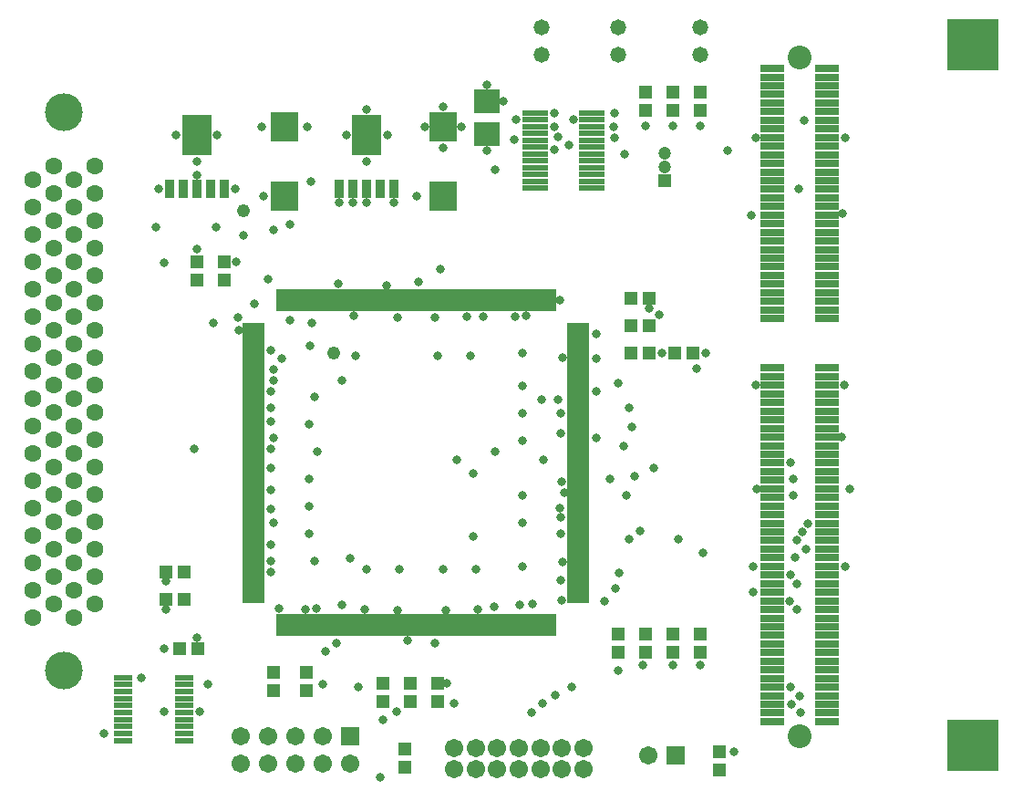
<source format=gts>
%FSLAX24Y24*%
%MOIN*%
G70*
G01*
G75*
%ADD10C,0.0080*%
%ADD11R,0.0866X0.0787*%
%ADD12R,0.0728X0.0118*%
%ADD13R,0.0118X0.0728*%
%ADD14R,0.0866X0.0157*%
%ADD15R,0.0866X0.0157*%
%ADD16R,0.0300X0.0600*%
%ADD17R,0.1000X0.1400*%
%ADD18R,0.0945X0.1024*%
%ADD19R,0.0787X0.0197*%
%ADD20R,0.1811X0.1772*%
%ADD21R,0.0394X0.0433*%
%ADD22R,0.0433X0.0394*%
%ADD23R,0.0571X0.0118*%
%ADD24C,0.0100*%
%ADD25C,0.0900*%
%ADD26C,0.0200*%
%ADD27C,0.0160*%
%ADD28C,0.0110*%
%ADD29C,0.0320*%
%ADD30C,0.0120*%
%ADD31C,0.1300*%
%ADD32C,0.0550*%
%ADD33C,0.0394*%
%ADD34R,0.0394X0.0394*%
%ADD35C,0.0787*%
%ADD36C,0.0591*%
%ADD37C,0.0500*%
%ADD38R,0.0591X0.0591*%
%ADD39C,0.0250*%
%ADD40C,0.0400*%
%ADD41C,0.0098*%
%ADD42C,0.0079*%
%ADD43C,0.0060*%
%ADD44C,0.0070*%
%ADD45R,0.0079X0.0197*%
%ADD46C,0.0020*%
%ADD47R,0.0197X0.0079*%
%ADD48R,0.0946X0.0867*%
%ADD49R,0.0808X0.0198*%
%ADD50R,0.0198X0.0808*%
%ADD51R,0.0946X0.0237*%
%ADD52R,0.0946X0.0237*%
%ADD53R,0.0380X0.0680*%
%ADD54R,0.1080X0.1480*%
%ADD55R,0.1025X0.1104*%
%ADD56R,0.0867X0.0277*%
%ADD57R,0.1891X0.1852*%
%ADD58R,0.0474X0.0513*%
%ADD59R,0.0513X0.0474*%
%ADD60R,0.0651X0.0198*%
%ADD61C,0.1380*%
%ADD62C,0.0630*%
%ADD63C,0.0474*%
%ADD64R,0.0474X0.0474*%
%ADD65C,0.0867*%
%ADD66C,0.0671*%
%ADD67C,0.0580*%
%ADD68R,0.0671X0.0671*%
%ADD69C,0.0330*%
%ADD70C,0.0480*%
D48*
X38600Y54409D02*
D03*
Y55591D02*
D03*
D49*
X30065Y47420D02*
D03*
Y47223D02*
D03*
Y47026D02*
D03*
Y46829D02*
D03*
Y46632D02*
D03*
Y46435D02*
D03*
Y46239D02*
D03*
Y46042D02*
D03*
Y45845D02*
D03*
Y45648D02*
D03*
Y45451D02*
D03*
Y45254D02*
D03*
Y45057D02*
D03*
Y44861D02*
D03*
Y44664D02*
D03*
Y44467D02*
D03*
Y44270D02*
D03*
Y44073D02*
D03*
Y43876D02*
D03*
Y43680D02*
D03*
Y43483D02*
D03*
Y43286D02*
D03*
Y43089D02*
D03*
Y42892D02*
D03*
Y42695D02*
D03*
Y42498D02*
D03*
Y42302D02*
D03*
Y42105D02*
D03*
Y41908D02*
D03*
Y41711D02*
D03*
Y41514D02*
D03*
Y41317D02*
D03*
Y41120D02*
D03*
Y40924D02*
D03*
Y40727D02*
D03*
Y40530D02*
D03*
Y40333D02*
D03*
Y40136D02*
D03*
Y39939D02*
D03*
Y39743D02*
D03*
Y39546D02*
D03*
Y39349D02*
D03*
Y39152D02*
D03*
Y38955D02*
D03*
Y38758D02*
D03*
Y38561D02*
D03*
Y38365D02*
D03*
Y38168D02*
D03*
Y37971D02*
D03*
Y37774D02*
D03*
Y37577D02*
D03*
Y37380D02*
D03*
X41935Y47420D02*
D03*
Y47223D02*
D03*
Y47026D02*
D03*
Y46829D02*
D03*
Y46632D02*
D03*
Y46435D02*
D03*
Y46239D02*
D03*
Y46042D02*
D03*
Y45845D02*
D03*
Y45648D02*
D03*
Y45451D02*
D03*
Y45254D02*
D03*
Y45057D02*
D03*
Y44861D02*
D03*
Y44664D02*
D03*
Y44467D02*
D03*
Y44270D02*
D03*
Y44073D02*
D03*
Y43876D02*
D03*
Y43680D02*
D03*
Y43483D02*
D03*
Y43286D02*
D03*
Y43089D02*
D03*
Y42892D02*
D03*
Y42695D02*
D03*
Y42498D02*
D03*
Y42302D02*
D03*
Y42105D02*
D03*
Y41908D02*
D03*
Y41711D02*
D03*
Y41514D02*
D03*
Y41317D02*
D03*
Y41120D02*
D03*
Y40924D02*
D03*
Y40727D02*
D03*
Y40530D02*
D03*
Y40333D02*
D03*
Y40136D02*
D03*
Y39939D02*
D03*
Y39743D02*
D03*
Y39546D02*
D03*
Y39349D02*
D03*
Y39152D02*
D03*
Y38955D02*
D03*
Y38758D02*
D03*
Y38561D02*
D03*
Y38365D02*
D03*
Y38168D02*
D03*
Y37971D02*
D03*
Y37774D02*
D03*
Y37577D02*
D03*
Y37380D02*
D03*
D50*
X41020Y48335D02*
D03*
X40823D02*
D03*
X40626D02*
D03*
X40429D02*
D03*
X40232D02*
D03*
X40035D02*
D03*
X39839D02*
D03*
X39642D02*
D03*
X39445D02*
D03*
X39248D02*
D03*
X39051D02*
D03*
X38854D02*
D03*
X38657D02*
D03*
X38461D02*
D03*
X38264D02*
D03*
X38067D02*
D03*
X37870D02*
D03*
X37673D02*
D03*
X37476D02*
D03*
X37280D02*
D03*
X37083D02*
D03*
X36886D02*
D03*
X36689D02*
D03*
X36492D02*
D03*
X36295D02*
D03*
X36098D02*
D03*
X35902D02*
D03*
X35705D02*
D03*
X35508D02*
D03*
X35311D02*
D03*
X35114D02*
D03*
X34917D02*
D03*
X34720D02*
D03*
X34524D02*
D03*
X34327D02*
D03*
X34130D02*
D03*
X33933D02*
D03*
X33736D02*
D03*
X33539D02*
D03*
X33343D02*
D03*
X33146D02*
D03*
X32949D02*
D03*
X32752D02*
D03*
X32555D02*
D03*
X32358D02*
D03*
X32161D02*
D03*
X31965D02*
D03*
X31768D02*
D03*
X31571D02*
D03*
X31374D02*
D03*
X31177D02*
D03*
X30980D02*
D03*
X41020Y36465D02*
D03*
X40823D02*
D03*
X40626D02*
D03*
X40429D02*
D03*
X40232D02*
D03*
X40035D02*
D03*
X39839D02*
D03*
X39642D02*
D03*
X39445D02*
D03*
X39248D02*
D03*
X39051D02*
D03*
X38854D02*
D03*
X38657D02*
D03*
X38461D02*
D03*
X38264D02*
D03*
X38067D02*
D03*
X37870D02*
D03*
X37673D02*
D03*
X37476D02*
D03*
X37280D02*
D03*
X37083D02*
D03*
X36886D02*
D03*
X36689D02*
D03*
X36492D02*
D03*
X36295D02*
D03*
X36098D02*
D03*
X35902D02*
D03*
X35705D02*
D03*
X35508D02*
D03*
X35311D02*
D03*
X35114D02*
D03*
X34917D02*
D03*
X34720D02*
D03*
X34524D02*
D03*
X34327D02*
D03*
X34130D02*
D03*
X33933D02*
D03*
X33736D02*
D03*
X33539D02*
D03*
X33343D02*
D03*
X33146D02*
D03*
X32949D02*
D03*
X32752D02*
D03*
X32555D02*
D03*
X32358D02*
D03*
X32161D02*
D03*
X31965D02*
D03*
X31768D02*
D03*
X31571D02*
D03*
X31374D02*
D03*
X31177D02*
D03*
X30980D02*
D03*
D51*
X42424Y52425D02*
D03*
Y52675D02*
D03*
Y53175D02*
D03*
Y53425D02*
D03*
Y53675D02*
D03*
Y53925D02*
D03*
Y54175D02*
D03*
Y54425D02*
D03*
Y54675D02*
D03*
Y54925D02*
D03*
Y55175D02*
D03*
X40376Y52425D02*
D03*
Y52675D02*
D03*
Y52925D02*
D03*
Y53175D02*
D03*
Y53425D02*
D03*
Y53675D02*
D03*
Y53925D02*
D03*
Y54175D02*
D03*
Y54425D02*
D03*
Y54675D02*
D03*
Y54925D02*
D03*
Y55175D02*
D03*
D52*
X42424Y52925D02*
D03*
D53*
X34200Y52400D02*
D03*
X34700D02*
D03*
X33200D02*
D03*
X35200D02*
D03*
X33700D02*
D03*
X28000D02*
D03*
X28500D02*
D03*
X27000D02*
D03*
X29000D02*
D03*
X27500D02*
D03*
D54*
X34200Y54369D02*
D03*
X28000D02*
D03*
D55*
X37000Y52140D02*
D03*
Y54660D02*
D03*
X31200Y52140D02*
D03*
Y54660D02*
D03*
D56*
X51024Y32942D02*
D03*
Y33257D02*
D03*
Y33572D02*
D03*
Y33887D02*
D03*
Y34202D02*
D03*
Y34517D02*
D03*
Y34832D02*
D03*
Y35146D02*
D03*
Y35461D02*
D03*
Y35776D02*
D03*
Y36091D02*
D03*
Y36406D02*
D03*
Y36721D02*
D03*
Y37036D02*
D03*
Y37351D02*
D03*
Y37666D02*
D03*
Y37981D02*
D03*
Y38296D02*
D03*
Y38611D02*
D03*
Y38926D02*
D03*
Y39241D02*
D03*
Y39556D02*
D03*
Y39871D02*
D03*
Y40186D02*
D03*
Y40501D02*
D03*
Y40816D02*
D03*
Y41131D02*
D03*
Y41446D02*
D03*
Y41761D02*
D03*
Y42076D02*
D03*
Y42391D02*
D03*
Y42706D02*
D03*
Y43020D02*
D03*
Y43335D02*
D03*
Y43650D02*
D03*
Y43965D02*
D03*
Y44280D02*
D03*
Y44595D02*
D03*
Y44910D02*
D03*
Y45225D02*
D03*
Y45540D02*
D03*
Y45855D02*
D03*
Y47666D02*
D03*
Y47981D02*
D03*
Y48296D02*
D03*
Y48611D02*
D03*
Y48926D02*
D03*
Y49241D02*
D03*
Y49556D02*
D03*
Y49871D02*
D03*
Y50186D02*
D03*
Y50501D02*
D03*
Y50816D02*
D03*
Y51131D02*
D03*
Y51446D02*
D03*
Y51761D02*
D03*
Y52076D02*
D03*
Y52391D02*
D03*
Y52706D02*
D03*
Y53020D02*
D03*
Y53335D02*
D03*
Y53650D02*
D03*
Y53965D02*
D03*
Y54280D02*
D03*
Y54595D02*
D03*
Y54910D02*
D03*
Y55225D02*
D03*
Y55540D02*
D03*
Y55855D02*
D03*
Y56170D02*
D03*
Y56485D02*
D03*
Y56800D02*
D03*
X49016Y32942D02*
D03*
Y33257D02*
D03*
Y33572D02*
D03*
Y33887D02*
D03*
Y34202D02*
D03*
Y34517D02*
D03*
Y34832D02*
D03*
Y35146D02*
D03*
Y35461D02*
D03*
Y35776D02*
D03*
Y36091D02*
D03*
Y36406D02*
D03*
Y36721D02*
D03*
Y37036D02*
D03*
Y37351D02*
D03*
Y37666D02*
D03*
Y37981D02*
D03*
Y38296D02*
D03*
Y38611D02*
D03*
Y38926D02*
D03*
Y39241D02*
D03*
Y39556D02*
D03*
Y39871D02*
D03*
Y40186D02*
D03*
Y40501D02*
D03*
Y40816D02*
D03*
Y41131D02*
D03*
Y41446D02*
D03*
Y41761D02*
D03*
Y42076D02*
D03*
Y42391D02*
D03*
Y42706D02*
D03*
Y43020D02*
D03*
Y43335D02*
D03*
Y43650D02*
D03*
Y43965D02*
D03*
Y44280D02*
D03*
Y44595D02*
D03*
Y44910D02*
D03*
Y45225D02*
D03*
Y45540D02*
D03*
Y45855D02*
D03*
Y47666D02*
D03*
Y47981D02*
D03*
Y48296D02*
D03*
Y48611D02*
D03*
Y48926D02*
D03*
Y49241D02*
D03*
Y49556D02*
D03*
Y49871D02*
D03*
Y50186D02*
D03*
Y50501D02*
D03*
Y50816D02*
D03*
Y51131D02*
D03*
Y51446D02*
D03*
Y51761D02*
D03*
Y52076D02*
D03*
Y52391D02*
D03*
Y52706D02*
D03*
Y53020D02*
D03*
Y53335D02*
D03*
Y53650D02*
D03*
Y53965D02*
D03*
Y54280D02*
D03*
Y54595D02*
D03*
Y54910D02*
D03*
Y55225D02*
D03*
Y55540D02*
D03*
Y55855D02*
D03*
Y56170D02*
D03*
Y56485D02*
D03*
Y56800D02*
D03*
D57*
X56358Y57686D02*
D03*
Y32056D02*
D03*
D58*
X44400Y55265D02*
D03*
Y55935D02*
D03*
X45400Y55265D02*
D03*
Y55935D02*
D03*
X46400Y55265D02*
D03*
Y55935D02*
D03*
X29000Y49065D02*
D03*
Y49735D02*
D03*
X28000Y49065D02*
D03*
Y49735D02*
D03*
X47100Y31165D02*
D03*
Y31835D02*
D03*
X36800Y34335D02*
D03*
Y33665D02*
D03*
X46400Y35465D02*
D03*
Y36135D02*
D03*
X34800Y34335D02*
D03*
Y33665D02*
D03*
X35800Y33665D02*
D03*
Y34335D02*
D03*
X45400Y35465D02*
D03*
Y36135D02*
D03*
X30800Y34735D02*
D03*
Y34065D02*
D03*
X32000Y34065D02*
D03*
Y34735D02*
D03*
X44400Y35465D02*
D03*
Y36135D02*
D03*
X35600Y31935D02*
D03*
Y31265D02*
D03*
X43400Y35465D02*
D03*
Y36135D02*
D03*
D59*
X44535Y48400D02*
D03*
X43865D02*
D03*
X44535Y47400D02*
D03*
X43865D02*
D03*
X46135Y46400D02*
D03*
X45465D02*
D03*
X44535D02*
D03*
X43865D02*
D03*
X27365Y35600D02*
D03*
X28035D02*
D03*
X26865Y37400D02*
D03*
X27535D02*
D03*
X26865Y38400D02*
D03*
X27535D02*
D03*
D60*
X25288Y34552D02*
D03*
Y34296D02*
D03*
Y34040D02*
D03*
Y33784D02*
D03*
Y33528D02*
D03*
Y33272D02*
D03*
Y33016D02*
D03*
Y32760D02*
D03*
Y32504D02*
D03*
X25288Y32248D02*
D03*
X27512Y34552D02*
D03*
Y34296D02*
D03*
Y34040D02*
D03*
Y33784D02*
D03*
Y33528D02*
D03*
Y33272D02*
D03*
Y33016D02*
D03*
Y32760D02*
D03*
Y32504D02*
D03*
Y32248D02*
D03*
D61*
X23125Y55210D02*
D03*
Y34790D02*
D03*
D62*
X24250Y53250D02*
D03*
X23500Y52750D02*
D03*
X24250Y52250D02*
D03*
X23500Y51750D02*
D03*
X24250Y51250D02*
D03*
X23500Y50750D02*
D03*
X24250Y50250D02*
D03*
X23500Y49750D02*
D03*
X24250Y49250D02*
D03*
X23500Y48750D02*
D03*
X24250Y48250D02*
D03*
X23500Y47750D02*
D03*
X24250Y47250D02*
D03*
X23500Y46750D02*
D03*
X24250Y46250D02*
D03*
X23500Y45750D02*
D03*
X24250Y45250D02*
D03*
X23500Y44750D02*
D03*
X24250Y44250D02*
D03*
X23500Y43750D02*
D03*
X24250Y43250D02*
D03*
X23500Y42750D02*
D03*
X24250Y42250D02*
D03*
X23500Y41750D02*
D03*
X24250Y41250D02*
D03*
X23500Y40750D02*
D03*
X24250Y40250D02*
D03*
X23500Y39750D02*
D03*
X24250Y39250D02*
D03*
X23500Y38750D02*
D03*
X24250Y38250D02*
D03*
X23500Y37750D02*
D03*
X24250Y37250D02*
D03*
X23500Y36750D02*
D03*
X22750Y53250D02*
D03*
X22000Y52750D02*
D03*
X22750Y52250D02*
D03*
X22000Y51750D02*
D03*
X22750Y51250D02*
D03*
X22000Y50750D02*
D03*
X22750Y50250D02*
D03*
X22000Y49750D02*
D03*
X22750Y49250D02*
D03*
X22000Y48750D02*
D03*
X22750Y48250D02*
D03*
X22000Y47750D02*
D03*
X22750Y47250D02*
D03*
X22000Y46750D02*
D03*
X22750Y46250D02*
D03*
X22000Y45750D02*
D03*
X22750Y45250D02*
D03*
X22000Y44750D02*
D03*
X22750Y44250D02*
D03*
X22000Y43750D02*
D03*
X22750Y43250D02*
D03*
X22000Y42750D02*
D03*
X22750Y42250D02*
D03*
X22000Y41750D02*
D03*
X22750Y41250D02*
D03*
X22000Y40750D02*
D03*
X22750Y40250D02*
D03*
X22000Y39750D02*
D03*
X22750Y39250D02*
D03*
X22000Y38750D02*
D03*
X22750Y38250D02*
D03*
X22000Y37750D02*
D03*
X22750Y37250D02*
D03*
X22000Y36750D02*
D03*
D63*
X45100Y53700D02*
D03*
Y53200D02*
D03*
D64*
Y52700D02*
D03*
D65*
X50020Y32391D02*
D03*
Y57194D02*
D03*
D66*
X42124Y31987D02*
D03*
Y31200D02*
D03*
X41337Y31987D02*
D03*
Y31200D02*
D03*
X40550Y31987D02*
D03*
Y31200D02*
D03*
X39762Y31987D02*
D03*
Y31200D02*
D03*
X38975Y31987D02*
D03*
Y31200D02*
D03*
X38187Y31987D02*
D03*
Y31200D02*
D03*
X37400Y31987D02*
D03*
Y31200D02*
D03*
X44500Y31700D02*
D03*
X29600Y31400D02*
D03*
Y32400D02*
D03*
X30600Y31400D02*
D03*
Y32400D02*
D03*
X31600Y31400D02*
D03*
Y32400D02*
D03*
X32600Y31400D02*
D03*
Y32400D02*
D03*
X33600Y31400D02*
D03*
D67*
X40600Y57300D02*
D03*
Y58300D02*
D03*
X43400Y57300D02*
D03*
Y58300D02*
D03*
X46400Y57300D02*
D03*
Y58300D02*
D03*
D68*
X45500Y31700D02*
D03*
X33600Y32400D02*
D03*
D69*
X26800Y49700D02*
D03*
X29700Y50700D02*
D03*
X33300Y45400D02*
D03*
X37500Y42500D02*
D03*
X40659D02*
D03*
X37400Y33600D02*
D03*
X30800Y45400D02*
D03*
X33100Y35800D02*
D03*
X30700Y46500D02*
D03*
X32700Y35500D02*
D03*
X42900Y37323D02*
D03*
X43400Y34800D02*
D03*
X44300Y35000D02*
D03*
X45400D02*
D03*
X46400D02*
D03*
X41300Y38100D02*
D03*
X43435Y38365D02*
D03*
X43300Y37800D02*
D03*
X42600Y46200D02*
D03*
X46600Y46400D02*
D03*
X45000D02*
D03*
X41265Y48335D02*
D03*
X44900Y47800D02*
D03*
X44535Y48035D02*
D03*
X28000Y50200D02*
D03*
X29435Y49735D02*
D03*
X28100Y33300D02*
D03*
X26800D02*
D03*
X34800Y33000D02*
D03*
X37135Y34335D02*
D03*
X32600Y34300D02*
D03*
X28600Y47500D02*
D03*
X27900Y42900D02*
D03*
X26800Y35600D02*
D03*
X25948Y34552D02*
D03*
X24600Y32500D02*
D03*
X28400Y34300D02*
D03*
X47635Y31835D02*
D03*
X30800Y50900D02*
D03*
X31400Y51100D02*
D03*
X32161Y52661D02*
D03*
X32200Y47500D02*
D03*
X46400Y54700D02*
D03*
X45400D02*
D03*
X44400D02*
D03*
X43625Y53675D02*
D03*
X39191Y55591D02*
D03*
X38600Y56200D02*
D03*
Y53800D02*
D03*
X39600Y54200D02*
D03*
X41200Y54300D02*
D03*
X38900Y53100D02*
D03*
X36886Y49486D02*
D03*
X39675Y54925D02*
D03*
X41075Y54675D02*
D03*
Y55175D02*
D03*
X41065Y53835D02*
D03*
X41600Y54000D02*
D03*
X41775Y54925D02*
D03*
X43265Y54265D02*
D03*
X43225Y54675D02*
D03*
X43275Y55175D02*
D03*
X30440Y52140D02*
D03*
X29400Y52400D02*
D03*
X28000Y52900D02*
D03*
Y53400D02*
D03*
X27232Y54369D02*
D03*
X28732D02*
D03*
X26600Y52400D02*
D03*
X32040Y54660D02*
D03*
X30360D02*
D03*
X34200Y53400D02*
D03*
X33468Y54369D02*
D03*
X34200Y55300D02*
D03*
X34969Y54369D02*
D03*
X37000Y55400D02*
D03*
X37660Y54660D02*
D03*
X37000Y53900D02*
D03*
X36340Y54660D02*
D03*
X36040Y52140D02*
D03*
X35200Y51900D02*
D03*
X34200D02*
D03*
X33700D02*
D03*
X33200D02*
D03*
X47400Y53800D02*
D03*
X50210Y54910D02*
D03*
X38461Y47739D02*
D03*
X48420Y54280D02*
D03*
X51680D02*
D03*
X51600Y51500D02*
D03*
X48246Y51446D02*
D03*
X50000Y52400D02*
D03*
X43800Y44400D02*
D03*
X41311Y41711D02*
D03*
X43100Y41800D02*
D03*
X48425Y45225D02*
D03*
X51675D02*
D03*
X51565Y43335D02*
D03*
X48454Y41446D02*
D03*
X51854D02*
D03*
X46255Y45845D02*
D03*
X49700Y42400D02*
D03*
X43400Y45300D02*
D03*
X49800Y41800D02*
D03*
Y41200D02*
D03*
X43900Y43700D02*
D03*
X50314Y40186D02*
D03*
X43600Y43000D02*
D03*
X50129Y39871D02*
D03*
X44700Y42200D02*
D03*
X49944Y39556D02*
D03*
X44000Y41900D02*
D03*
X50259Y39241D02*
D03*
X43700Y41200D02*
D03*
X49874Y38926D02*
D03*
X44200Y39900D02*
D03*
X46500Y39100D02*
D03*
X49704Y38296D02*
D03*
X49919Y37981D02*
D03*
X43800Y39600D02*
D03*
X45600D02*
D03*
X51689Y38611D02*
D03*
X48311D02*
D03*
X48334Y37666D02*
D03*
X49649Y37351D02*
D03*
X49936Y37036D02*
D03*
X41698Y34202D02*
D03*
X49702D02*
D03*
X41100Y33900D02*
D03*
X50013Y33887D02*
D03*
X40620Y33620D02*
D03*
X49728Y33572D02*
D03*
X40243Y33257D02*
D03*
X50057D02*
D03*
X32300Y44800D02*
D03*
X32100Y43800D02*
D03*
X32400Y42800D02*
D03*
X32100Y41800D02*
D03*
Y40800D02*
D03*
Y39800D02*
D03*
X34200Y38500D02*
D03*
X35400D02*
D03*
X37000D02*
D03*
X38200D02*
D03*
X39900Y38600D02*
D03*
Y40200D02*
D03*
Y41200D02*
D03*
Y43200D02*
D03*
Y44200D02*
D03*
Y45200D02*
D03*
Y46400D02*
D03*
X38000Y46300D02*
D03*
X36800D02*
D03*
X33800D02*
D03*
X30700Y44400D02*
D03*
Y43900D02*
D03*
X30800Y43300D02*
D03*
X30700Y41400D02*
D03*
Y40700D02*
D03*
X30800Y40200D02*
D03*
X30700Y38800D02*
D03*
X30980Y37080D02*
D03*
X31965Y37035D02*
D03*
X32358Y37058D02*
D03*
X34130Y37030D02*
D03*
X35311Y37011D02*
D03*
X37083Y37017D02*
D03*
X38264Y37036D02*
D03*
X40265Y37235D02*
D03*
X41320Y37380D02*
D03*
X41358Y38758D02*
D03*
X41300Y40400D02*
D03*
X41246Y40754D02*
D03*
X41283Y43483D02*
D03*
X41300Y44200D02*
D03*
X41200Y44700D02*
D03*
X41361Y46239D02*
D03*
X39642Y47742D02*
D03*
X40035Y47765D02*
D03*
X37870Y47730D02*
D03*
X36689Y47711D02*
D03*
X33736Y47764D02*
D03*
X32135Y46665D02*
D03*
X31400Y47600D02*
D03*
X28000Y36000D02*
D03*
X26865Y37035D02*
D03*
Y38065D02*
D03*
X39800Y37200D02*
D03*
X41300Y39800D02*
D03*
X41417Y41317D02*
D03*
X42600Y43300D02*
D03*
Y45000D02*
D03*
Y47100D02*
D03*
X35300Y33300D02*
D03*
X29523Y47223D02*
D03*
X30800Y45800D02*
D03*
X31100Y46200D02*
D03*
X30100Y48200D02*
D03*
X26500Y51000D02*
D03*
X30600Y49100D02*
D03*
X28700Y51000D02*
D03*
X33900Y34200D02*
D03*
X33600Y38900D02*
D03*
X38100Y39700D02*
D03*
Y42000D02*
D03*
X38900Y42800D02*
D03*
X40600Y44700D02*
D03*
X38854Y37154D02*
D03*
X36689Y35811D02*
D03*
X35705Y35905D02*
D03*
X33300Y37200D02*
D03*
X30700Y38400D02*
D03*
X32300Y38800D02*
D03*
X30700Y39400D02*
D03*
Y42200D02*
D03*
Y42900D02*
D03*
Y45000D02*
D03*
X29500Y47700D02*
D03*
X33146Y48946D02*
D03*
X34917Y48883D02*
D03*
X35311Y47711D02*
D03*
X36100Y49000D02*
D03*
X34700Y30900D02*
D03*
D70*
X33000Y46400D02*
D03*
X29700Y51600D02*
D03*
M02*

</source>
